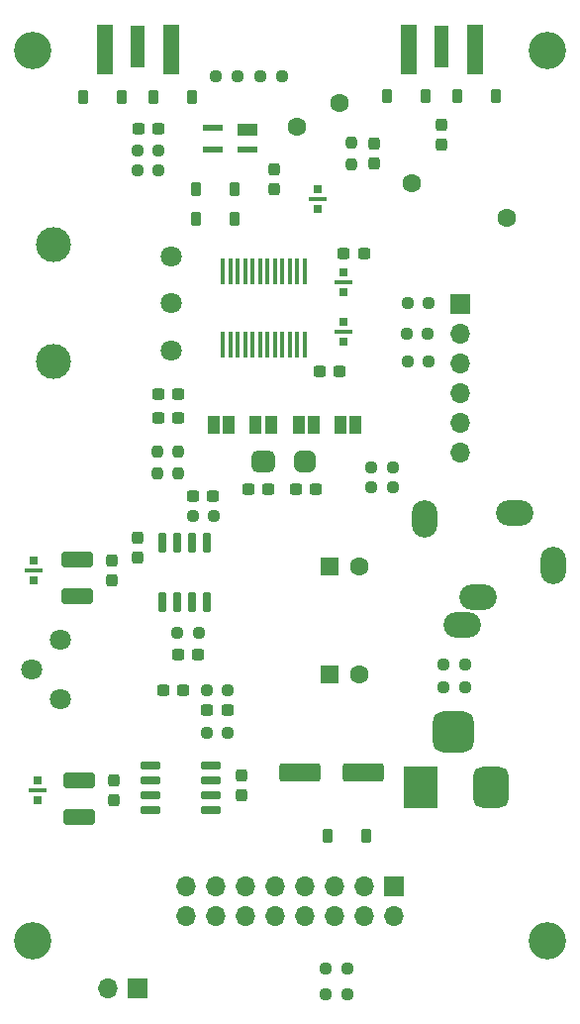
<source format=gbr>
%TF.GenerationSoftware,KiCad,Pcbnew,7.0.1*%
%TF.CreationDate,2023-04-12T14:42:12+09:00*%
%TF.ProjectId,KiCad-Si4735,4b694361-642d-4536-9934-3733352e6b69,rev?*%
%TF.SameCoordinates,PX6bc3e40PY88601c0*%
%TF.FileFunction,Soldermask,Top*%
%TF.FilePolarity,Negative*%
%FSLAX46Y46*%
G04 Gerber Fmt 4.6, Leading zero omitted, Abs format (unit mm)*
G04 Created by KiCad (PCBNEW 7.0.1) date 2023-04-12 14:42:12*
%MOMM*%
%LPD*%
G01*
G04 APERTURE LIST*
G04 Aperture macros list*
%AMRoundRect*
0 Rectangle with rounded corners*
0 $1 Rounding radius*
0 $2 $3 $4 $5 $6 $7 $8 $9 X,Y pos of 4 corners*
0 Add a 4 corners polygon primitive as box body*
4,1,4,$2,$3,$4,$5,$6,$7,$8,$9,$2,$3,0*
0 Add four circle primitives for the rounded corners*
1,1,$1+$1,$2,$3*
1,1,$1+$1,$4,$5*
1,1,$1+$1,$6,$7*
1,1,$1+$1,$8,$9*
0 Add four rect primitives between the rounded corners*
20,1,$1+$1,$2,$3,$4,$5,0*
20,1,$1+$1,$4,$5,$6,$7,0*
20,1,$1+$1,$6,$7,$8,$9,0*
20,1,$1+$1,$8,$9,$2,$3,0*%
G04 Aperture macros list end*
%ADD10RoundRect,0.237500X0.237500X-0.300000X0.237500X0.300000X-0.237500X0.300000X-0.237500X-0.300000X0*%
%ADD11R,0.400000X2.200000*%
%ADD12R,0.750000X0.675000*%
%ADD13R,1.550000X0.400000*%
%ADD14RoundRect,0.237500X-0.237500X0.250000X-0.237500X-0.250000X0.237500X-0.250000X0.237500X0.250000X0*%
%ADD15RoundRect,0.225000X-0.225000X-0.375000X0.225000X-0.375000X0.225000X0.375000X-0.225000X0.375000X0*%
%ADD16RoundRect,0.150000X-0.150000X0.725000X-0.150000X-0.725000X0.150000X-0.725000X0.150000X0.725000X0*%
%ADD17RoundRect,0.250000X1.100000X-0.412500X1.100000X0.412500X-1.100000X0.412500X-1.100000X-0.412500X0*%
%ADD18RoundRect,0.225000X0.225000X0.375000X-0.225000X0.375000X-0.225000X-0.375000X0.225000X-0.375000X0*%
%ADD19RoundRect,0.237500X0.300000X0.237500X-0.300000X0.237500X-0.300000X-0.237500X0.300000X-0.237500X0*%
%ADD20C,3.200000*%
%ADD21RoundRect,0.237500X-0.250000X-0.237500X0.250000X-0.237500X0.250000X0.237500X-0.250000X0.237500X0*%
%ADD22R,1.000000X1.500000*%
%ADD23RoundRect,0.237500X-0.300000X-0.237500X0.300000X-0.237500X0.300000X0.237500X-0.300000X0.237500X0*%
%ADD24R,1.700000X1.700000*%
%ADD25O,1.700000X1.700000*%
%ADD26RoundRect,0.237500X0.250000X0.237500X-0.250000X0.237500X-0.250000X-0.237500X0.250000X-0.237500X0*%
%ADD27R,3.000000X3.600000*%
%ADD28RoundRect,0.750000X0.750000X1.000000X-0.750000X1.000000X-0.750000X-1.000000X0.750000X-1.000000X0*%
%ADD29RoundRect,0.875000X0.875000X0.875000X-0.875000X0.875000X-0.875000X-0.875000X0.875000X-0.875000X0*%
%ADD30C,1.800000*%
%ADD31C,1.600000*%
%ADD32RoundRect,0.250000X1.500000X0.550000X-1.500000X0.550000X-1.500000X-0.550000X1.500000X-0.550000X0*%
%ADD33R,1.600000X1.600000*%
%ADD34R,1.270000X3.600000*%
%ADD35R,1.350000X4.200000*%
%ADD36C,3.000000*%
%ADD37RoundRect,0.450000X-0.550000X-0.450000X0.550000X-0.450000X0.550000X0.450000X-0.550000X0.450000X0*%
%ADD38RoundRect,0.450000X-0.450000X-0.450000X0.450000X-0.450000X0.450000X0.450000X-0.450000X0.450000X0*%
%ADD39RoundRect,0.237500X0.237500X-0.250000X0.237500X0.250000X-0.237500X0.250000X-0.237500X-0.250000X0*%
%ADD40R,1.700000X0.600000*%
%ADD41R,1.700000X1.000000*%
%ADD42O,3.200000X2.200000*%
%ADD43O,2.200000X3.200000*%
%ADD44RoundRect,0.150000X0.725000X0.150000X-0.725000X0.150000X-0.725000X-0.150000X0.725000X-0.150000X0*%
G04 APERTURE END LIST*
D10*
%TO.C,C22*%
X12000000Y39637500D03*
X12000000Y41362500D03*
%TD*%
%TO.C,C16*%
X9750000Y37687500D03*
X9750000Y39412500D03*
%TD*%
D11*
%TO.C,U1*%
X26292500Y64100000D03*
X25657500Y64100000D03*
X25022500Y64100000D03*
X24387500Y64100000D03*
X23752500Y64100000D03*
X23117500Y64100000D03*
X22482500Y64100000D03*
X21847500Y64100000D03*
X21212500Y64100000D03*
X20577500Y64100000D03*
X19942500Y64100000D03*
X19307500Y64100000D03*
X19307500Y57900000D03*
X19942500Y57900000D03*
X20577500Y57900000D03*
X21212500Y57900000D03*
X21847500Y57900000D03*
X22482500Y57900000D03*
X23117500Y57900000D03*
X23752500Y57900000D03*
X24387500Y57900000D03*
X25022500Y57900000D03*
X25657500Y57900000D03*
X26292500Y57900000D03*
%TD*%
D12*
%TO.C,EMI4*%
X3100000Y37763000D03*
D13*
X3100000Y38600000D03*
D12*
X3100000Y39437000D03*
%TD*%
D14*
%TO.C,R14*%
X15500000Y48712500D03*
X15500000Y46887500D03*
%TD*%
D12*
%TO.C,EMI2*%
X29600000Y58163000D03*
D13*
X29600000Y59000000D03*
D12*
X29600000Y59837000D03*
%TD*%
D15*
%TO.C,D1*%
X28250000Y15900000D03*
X31550000Y15900000D03*
%TD*%
D16*
%TO.C,U3*%
X17905000Y40975000D03*
X16635000Y40975000D03*
X15365000Y40975000D03*
X14095000Y40975000D03*
X14095000Y35825000D03*
X15365000Y35825000D03*
X16635000Y35825000D03*
X17905000Y35825000D03*
%TD*%
D10*
%TO.C,C7*%
X38000000Y74937500D03*
X38000000Y76662500D03*
%TD*%
D17*
%TO.C,C10*%
X6950000Y17500000D03*
X6950000Y20625000D03*
%TD*%
D18*
%TO.C,D3*%
X16650000Y79000000D03*
X13350000Y79000000D03*
%TD*%
D19*
%TO.C,C18*%
X15462500Y51600000D03*
X13737500Y51600000D03*
%TD*%
D20*
%TO.C,H4*%
X3000000Y6920000D03*
%TD*%
%TO.C,H2*%
X3000000Y83000000D03*
%TD*%
D21*
%TO.C,R2*%
X35087500Y56400000D03*
X36912500Y56400000D03*
%TD*%
D20*
%TO.C,H3*%
X47000000Y6920000D03*
%TD*%
D22*
%TO.C,JP3*%
X22100000Y51000000D03*
X23400000Y51000000D03*
%TD*%
D23*
%TO.C,C8*%
X21437500Y45500000D03*
X23162500Y45500000D03*
%TD*%
D24*
%TO.C,J3*%
X33875000Y11540000D03*
D25*
X33875000Y9000000D03*
X31335000Y11540000D03*
X31335000Y9000000D03*
X28795000Y11540000D03*
X28795000Y9000000D03*
X26255000Y11540000D03*
X26255000Y9000000D03*
X23715000Y11540000D03*
X23715000Y9000000D03*
X21175000Y11540000D03*
X21175000Y9000000D03*
X18635000Y11540000D03*
X18635000Y9000000D03*
X16095000Y11540000D03*
X16095000Y9000000D03*
%TD*%
D23*
%TO.C,C23*%
X15437500Y31400000D03*
X17162500Y31400000D03*
%TD*%
D21*
%TO.C,R20*%
X28087500Y2350000D03*
X29912500Y2350000D03*
%TD*%
D26*
%TO.C,R13*%
X33812500Y47400000D03*
X31987500Y47400000D03*
%TD*%
D15*
%TO.C,D5*%
X33350000Y79100000D03*
X36650000Y79100000D03*
%TD*%
D21*
%TO.C,R16*%
X38175000Y30510000D03*
X40000000Y30510000D03*
%TD*%
D27*
%TO.C,J2*%
X36187500Y20042500D03*
D28*
X42187500Y20042500D03*
D29*
X38987500Y24742500D03*
%TD*%
D19*
%TO.C,C3*%
X29262500Y55600000D03*
X27537500Y55600000D03*
%TD*%
D30*
%TO.C,RV2*%
X5400000Y32600000D03*
X2900000Y30100000D03*
X5400000Y27600000D03*
%TD*%
D10*
%TO.C,C5*%
X23700000Y71137500D03*
X23700000Y72862500D03*
%TD*%
D31*
%TO.C,L2*%
X35400000Y71700000D03*
X43600000Y68700000D03*
%TD*%
D15*
%TO.C,D4*%
X39350000Y79100000D03*
X42650000Y79100000D03*
%TD*%
D23*
%TO.C,C15*%
X16737500Y44900000D03*
X18462500Y44900000D03*
%TD*%
D24*
%TO.C,J1*%
X39625000Y61350000D03*
D25*
X39625000Y58810000D03*
X39625000Y56270000D03*
X39625000Y53730000D03*
X39625000Y51190000D03*
X39625000Y48650000D03*
%TD*%
D22*
%TO.C,JP4*%
X25750000Y51000000D03*
X27050000Y51000000D03*
%TD*%
D10*
%TO.C,C4*%
X32200000Y73337500D03*
X32200000Y75062500D03*
%TD*%
D32*
%TO.C,C1*%
X31300000Y21300000D03*
X25900000Y21300000D03*
%TD*%
D33*
%TO.C,C17*%
X28447349Y38900000D03*
D31*
X30947349Y38900000D03*
%TD*%
D26*
%TO.C,R6*%
X24312500Y80800000D03*
X22487500Y80800000D03*
%TD*%
D15*
%TO.C,D7*%
X16950000Y68600000D03*
X20250000Y68600000D03*
%TD*%
D34*
%TO.C,J4*%
X12000000Y83342500D03*
D35*
X14825000Y83142500D03*
X9175000Y83142500D03*
%TD*%
D14*
%TO.C,R15*%
X13700000Y48712500D03*
X13700000Y46887500D03*
%TD*%
D36*
%TO.C,RV1*%
X4825000Y56400000D03*
X4825000Y66400000D03*
D30*
X14825000Y57400000D03*
X14825000Y61400000D03*
X14825000Y65400000D03*
%TD*%
D12*
%TO.C,EMI1*%
X29600000Y62363000D03*
D13*
X29600000Y63200000D03*
D12*
X29600000Y64037000D03*
%TD*%
D21*
%TO.C,R10*%
X17875000Y28300000D03*
X19700000Y28300000D03*
%TD*%
D19*
%TO.C,C11*%
X19650000Y26600000D03*
X17925000Y26600000D03*
%TD*%
D17*
%TO.C,C13*%
X6850000Y36387500D03*
X6850000Y39512500D03*
%TD*%
D33*
%TO.C,C21*%
X28447349Y29700000D03*
D31*
X30947349Y29700000D03*
%TD*%
D26*
%TO.C,R8*%
X13800000Y74500000D03*
X11975000Y74500000D03*
%TD*%
D18*
%TO.C,D6*%
X20250000Y71200000D03*
X16950000Y71200000D03*
%TD*%
D31*
%TO.C,L1*%
X29300000Y78500000D03*
X25600000Y76500000D03*
%TD*%
D21*
%TO.C,R3*%
X35087500Y61400000D03*
X36912500Y61400000D03*
%TD*%
D19*
%TO.C,C6*%
X13762500Y76300000D03*
X12037500Y76300000D03*
%TD*%
D23*
%TO.C,C14*%
X14175000Y28300000D03*
X15900000Y28300000D03*
%TD*%
D18*
%TO.C,D2*%
X10650000Y79000000D03*
X7350000Y79000000D03*
%TD*%
D37*
%TO.C,Y1*%
X22762500Y47900000D03*
D38*
X26262500Y47900000D03*
%TD*%
D19*
%TO.C,C9*%
X27262500Y45500000D03*
X25537500Y45500000D03*
%TD*%
D21*
%TO.C,R9*%
X17875000Y24700000D03*
X19700000Y24700000D03*
%TD*%
%TO.C,R11*%
X16700000Y43200000D03*
X18525000Y43200000D03*
%TD*%
D10*
%TO.C,C12*%
X9950000Y18887500D03*
X9950000Y20612500D03*
%TD*%
D39*
%TO.C,R4*%
X30300000Y73287500D03*
X30300000Y75112500D03*
%TD*%
D20*
%TO.C,H1*%
X47000000Y83000000D03*
%TD*%
D26*
%TO.C,R7*%
X20512500Y80800000D03*
X18687500Y80800000D03*
%TD*%
D40*
%TO.C,Q1*%
X18400000Y76450000D03*
X18400000Y74550000D03*
X21400000Y74550000D03*
D41*
X21400000Y76250000D03*
%TD*%
D10*
%TO.C,C19*%
X20900000Y19337500D03*
X20900000Y21062500D03*
%TD*%
D12*
%TO.C,EMI3*%
X27400000Y69463000D03*
D13*
X27400000Y70300000D03*
D12*
X27400000Y71137000D03*
%TD*%
D26*
%TO.C,R12*%
X33812500Y45700000D03*
X31987500Y45700000D03*
%TD*%
D42*
%TO.C,J6*%
X39750000Y33900000D03*
X41150000Y36300000D03*
D43*
X47550000Y38950000D03*
D42*
X44250000Y43500000D03*
D43*
X36550000Y42950000D03*
%TD*%
D22*
%TO.C,JP1*%
X29350000Y51000000D03*
X30650000Y51000000D03*
%TD*%
D21*
%TO.C,R1*%
X34975000Y58800000D03*
X36800000Y58800000D03*
%TD*%
D44*
%TO.C,U2*%
X18275000Y18095000D03*
X18275000Y19365000D03*
X18275000Y20635000D03*
X18275000Y21905000D03*
X13125000Y21905000D03*
X13125000Y20635000D03*
X13125000Y19365000D03*
X13125000Y18095000D03*
%TD*%
D34*
%TO.C,J5*%
X38000000Y83342500D03*
D35*
X40825000Y83142500D03*
X35175000Y83142500D03*
%TD*%
D23*
%TO.C,C2*%
X29637500Y65700000D03*
X31362500Y65700000D03*
%TD*%
D21*
%TO.C,R5*%
X11975000Y72800000D03*
X13800000Y72800000D03*
%TD*%
%TO.C,R19*%
X28087500Y4500000D03*
X29912500Y4500000D03*
%TD*%
%TO.C,R17*%
X38175000Y28600000D03*
X40000000Y28600000D03*
%TD*%
D22*
%TO.C,JP2*%
X18500000Y51000000D03*
X19800000Y51000000D03*
%TD*%
D19*
%TO.C,C20*%
X15462500Y53600000D03*
X13737500Y53600000D03*
%TD*%
D12*
%TO.C,EMI5*%
X3400000Y20599500D03*
D13*
X3400000Y19762500D03*
D12*
X3400000Y18925500D03*
%TD*%
D26*
%TO.C,R18*%
X17212500Y33200000D03*
X15387500Y33200000D03*
%TD*%
D24*
%TO.C,LS1*%
X11975000Y2825000D03*
D25*
X9435000Y2825000D03*
%TD*%
M02*

</source>
